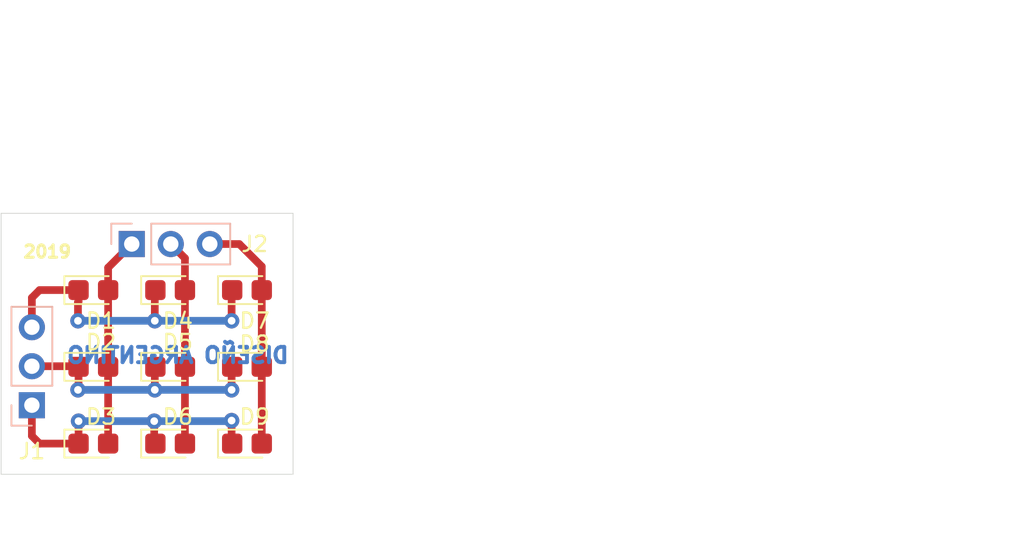
<source format=kicad_pcb>
(kicad_pcb (version 20171130) (host pcbnew 5.1.7+dfsg1-1~bpo10+1)

  (general
    (thickness 1.6)
    (drawings 10)
    (tracks 57)
    (zones 0)
    (modules 11)
    (nets 7)
  )

  (page A4)
  (title_block
    (title "Matriz de LEDs")
    (date 2019-07-16)
    (company "Diego Brengi")
    (comment 1 "Cursos KiCad")
  )

  (layers
    (0 F.Cu signal)
    (31 B.Cu signal)
    (32 B.Adhes user hide)
    (33 F.Adhes user hide)
    (34 B.Paste user hide)
    (35 F.Paste user)
    (36 B.SilkS user hide)
    (37 F.SilkS user)
    (38 B.Mask user)
    (39 F.Mask user hide)
    (40 Dwgs.User user)
    (41 Cmts.User user)
    (42 Eco1.User user)
    (43 Eco2.User user)
    (44 Edge.Cuts user)
    (45 Margin user)
    (46 B.CrtYd user hide)
    (47 F.CrtYd user hide)
    (48 B.Fab user hide)
    (49 F.Fab user hide)
  )

  (setup
    (last_trace_width 0.25)
    (user_trace_width 0.5)
    (trace_clearance 0.5)
    (zone_clearance 0.508)
    (zone_45_only no)
    (trace_min 0.2)
    (via_size 0.8)
    (via_drill 0.4)
    (via_min_size 0.4)
    (via_min_drill 0.3)
    (user_via 1 0.5)
    (uvia_size 0.3)
    (uvia_drill 0.1)
    (uvias_allowed no)
    (uvia_min_size 0.2)
    (uvia_min_drill 0.1)
    (edge_width 0.05)
    (segment_width 0.2)
    (pcb_text_width 0.3)
    (pcb_text_size 1.5 1.5)
    (mod_edge_width 0.12)
    (mod_text_size 1 1)
    (mod_text_width 0.15)
    (pad_size 1.524 1.524)
    (pad_drill 0.762)
    (pad_to_mask_clearance 0.051)
    (solder_mask_min_width 0.25)
    (aux_axis_origin 0 0)
    (visible_elements FFFDEF7F)
    (pcbplotparams
      (layerselection 0x010fc_ffffffff)
      (usegerberextensions false)
      (usegerberattributes false)
      (usegerberadvancedattributes false)
      (creategerberjobfile false)
      (excludeedgelayer true)
      (linewidth 0.100000)
      (plotframeref false)
      (viasonmask false)
      (mode 1)
      (useauxorigin false)
      (hpglpennumber 1)
      (hpglpenspeed 20)
      (hpglpendiameter 15.000000)
      (psnegative false)
      (psa4output false)
      (plotreference true)
      (plotvalue true)
      (plotinvisibletext false)
      (padsonsilk false)
      (subtractmaskfromsilk false)
      (outputformat 1)
      (mirror false)
      (drillshape 1)
      (scaleselection 1)
      (outputdirectory ""))
  )

  (net 0 "")
  (net 1 "Net-(D1-Pad2)")
  (net 2 "Net-(D1-Pad1)")
  (net 3 "Net-(D2-Pad1)")
  (net 4 "Net-(D3-Pad1)")
  (net 5 "Net-(D4-Pad2)")
  (net 6 "Net-(D7-Pad2)")

  (net_class Default "Esta es la clase de red por defecto."
    (clearance 0.5)
    (trace_width 0.25)
    (via_dia 0.8)
    (via_drill 0.4)
    (uvia_dia 0.3)
    (uvia_drill 0.1)
    (add_net "Net-(D1-Pad1)")
    (add_net "Net-(D1-Pad2)")
    (add_net "Net-(D2-Pad1)")
    (add_net "Net-(D3-Pad1)")
    (add_net "Net-(D4-Pad2)")
    (add_net "Net-(D7-Pad2)")
  )

  (module Connector_PinHeader_2.54mm:PinHeader_1x03_P2.54mm_Vertical (layer B.Cu) (tedit 59FED5CC) (tstamp 5D2DC0BA)
    (at 132.5 87 270)
    (descr "Through hole straight pin header, 1x03, 2.54mm pitch, single row")
    (tags "Through hole pin header THT 1x03 2.54mm single row")
    (path /5D2DC1D1)
    (fp_text reference J2 (at 0 -8 180) (layer F.SilkS)
      (effects (font (size 1 1) (thickness 0.15)))
    )
    (fp_text value Conn_01x03 (at 0 -7.41 270) (layer B.Fab)
      (effects (font (size 1 1) (thickness 0.15)) (justify mirror))
    )
    (fp_line (start -0.635 1.27) (end 1.27 1.27) (layer B.Fab) (width 0.1))
    (fp_line (start 1.27 1.27) (end 1.27 -6.35) (layer B.Fab) (width 0.1))
    (fp_line (start 1.27 -6.35) (end -1.27 -6.35) (layer B.Fab) (width 0.1))
    (fp_line (start -1.27 -6.35) (end -1.27 0.635) (layer B.Fab) (width 0.1))
    (fp_line (start -1.27 0.635) (end -0.635 1.27) (layer B.Fab) (width 0.1))
    (fp_line (start -1.33 -6.41) (end 1.33 -6.41) (layer B.SilkS) (width 0.12))
    (fp_line (start -1.33 -1.27) (end -1.33 -6.41) (layer B.SilkS) (width 0.12))
    (fp_line (start 1.33 -1.27) (end 1.33 -6.41) (layer B.SilkS) (width 0.12))
    (fp_line (start -1.33 -1.27) (end 1.33 -1.27) (layer B.SilkS) (width 0.12))
    (fp_line (start -1.33 0) (end -1.33 1.33) (layer B.SilkS) (width 0.12))
    (fp_line (start -1.33 1.33) (end 0 1.33) (layer B.SilkS) (width 0.12))
    (fp_line (start -1.8 1.8) (end -1.8 -6.85) (layer B.CrtYd) (width 0.05))
    (fp_line (start -1.8 -6.85) (end 1.8 -6.85) (layer B.CrtYd) (width 0.05))
    (fp_line (start 1.8 -6.85) (end 1.8 1.8) (layer B.CrtYd) (width 0.05))
    (fp_line (start 1.8 1.8) (end -1.8 1.8) (layer B.CrtYd) (width 0.05))
    (fp_text user %R (at 0 -2.54) (layer B.Fab)
      (effects (font (size 1 1) (thickness 0.15)) (justify mirror))
    )
    (pad 3 thru_hole oval (at 0 -5.08 270) (size 1.7 1.7) (drill 1) (layers *.Cu *.Mask)
      (net 6 "Net-(D7-Pad2)"))
    (pad 2 thru_hole oval (at 0 -2.54 270) (size 1.7 1.7) (drill 1) (layers *.Cu *.Mask)
      (net 5 "Net-(D4-Pad2)"))
    (pad 1 thru_hole rect (at 0 0 270) (size 1.7 1.7) (drill 1) (layers *.Cu *.Mask)
      (net 1 "Net-(D1-Pad2)"))
    (model ${KISYS3DMOD}/Connector_PinHeader_2.54mm.3dshapes/PinHeader_1x03_P2.54mm_Vertical.wrl
      (at (xyz 0 0 0))
      (scale (xyz 1 1 1))
      (rotate (xyz 0 0 0))
    )
  )

  (module Connector_PinHeader_2.54mm:PinHeader_1x03_P2.54mm_Vertical (layer B.Cu) (tedit 59FED5CC) (tstamp 5D2DC0A3)
    (at 126 97.5)
    (descr "Through hole straight pin header, 1x03, 2.54mm pitch, single row")
    (tags "Through hole pin header THT 1x03 2.54mm single row")
    (path /5D2DCE83)
    (fp_text reference J1 (at 0 3) (layer F.SilkS)
      (effects (font (size 1 1) (thickness 0.15)))
    )
    (fp_text value Conn_01x03 (at 0 -7.41) (layer B.Fab)
      (effects (font (size 1 1) (thickness 0.15)) (justify mirror))
    )
    (fp_line (start -0.635 1.27) (end 1.27 1.27) (layer B.Fab) (width 0.1))
    (fp_line (start 1.27 1.27) (end 1.27 -6.35) (layer B.Fab) (width 0.1))
    (fp_line (start 1.27 -6.35) (end -1.27 -6.35) (layer B.Fab) (width 0.1))
    (fp_line (start -1.27 -6.35) (end -1.27 0.635) (layer B.Fab) (width 0.1))
    (fp_line (start -1.27 0.635) (end -0.635 1.27) (layer B.Fab) (width 0.1))
    (fp_line (start -1.33 -6.41) (end 1.33 -6.41) (layer B.SilkS) (width 0.12))
    (fp_line (start -1.33 -1.27) (end -1.33 -6.41) (layer B.SilkS) (width 0.12))
    (fp_line (start 1.33 -1.27) (end 1.33 -6.41) (layer B.SilkS) (width 0.12))
    (fp_line (start -1.33 -1.27) (end 1.33 -1.27) (layer B.SilkS) (width 0.12))
    (fp_line (start -1.33 0) (end -1.33 1.33) (layer B.SilkS) (width 0.12))
    (fp_line (start -1.33 1.33) (end 0 1.33) (layer B.SilkS) (width 0.12))
    (fp_line (start -1.8 1.8) (end -1.8 -6.85) (layer B.CrtYd) (width 0.05))
    (fp_line (start -1.8 -6.85) (end 1.8 -6.85) (layer B.CrtYd) (width 0.05))
    (fp_line (start 1.8 -6.85) (end 1.8 1.8) (layer B.CrtYd) (width 0.05))
    (fp_line (start 1.8 1.8) (end -1.8 1.8) (layer B.CrtYd) (width 0.05))
    (fp_text user %R (at 1.355 -2.12 -90) (layer B.Fab)
      (effects (font (size 1 1) (thickness 0.15)) (justify mirror))
    )
    (pad 3 thru_hole oval (at 0 -5.08) (size 1.7 1.7) (drill 1) (layers *.Cu *.Mask)
      (net 2 "Net-(D1-Pad1)"))
    (pad 2 thru_hole oval (at 0 -2.54) (size 1.7 1.7) (drill 1) (layers *.Cu *.Mask)
      (net 3 "Net-(D2-Pad1)"))
    (pad 1 thru_hole rect (at 0 0) (size 1.7 1.7) (drill 1) (layers *.Cu *.Mask)
      (net 4 "Net-(D3-Pad1)"))
    (model ${KISYS3DMOD}/Connector_PinHeader_2.54mm.3dshapes/PinHeader_1x03_P2.54mm_Vertical.wrl
      (at (xyz 0 0 0))
      (scale (xyz 1 1 1))
      (rotate (xyz 0 0 0))
    )
  )

  (module LED_SMD:LED_0805_2012Metric_Castellated (layer F.Cu) (tedit 5B36C52C) (tstamp 5D2DC08C)
    (at 140 100)
    (descr "LED SMD 0805 (2012 Metric), castellated end terminal, IPC_7351 nominal, (Body size source: https://docs.google.com/spreadsheets/d/1BsfQQcO9C6DZCsRaXUlFlo91Tg2WpOkGARC1WS5S8t0/edit?usp=sharing), generated with kicad-footprint-generator")
    (tags "LED castellated")
    (path /5D2DAE23)
    (attr smd)
    (fp_text reference D9 (at 0.5 -1.75) (layer F.SilkS)
      (effects (font (size 1 1) (thickness 0.15)))
    )
    (fp_text value "LED VERDE" (at 0 1.6) (layer F.Fab)
      (effects (font (size 1 1) (thickness 0.15)))
    )
    (fp_line (start 1 -0.6) (end -0.7 -0.6) (layer F.Fab) (width 0.1))
    (fp_line (start -0.7 -0.6) (end -1 -0.3) (layer F.Fab) (width 0.1))
    (fp_line (start -1 -0.3) (end -1 0.6) (layer F.Fab) (width 0.1))
    (fp_line (start -1 0.6) (end 1 0.6) (layer F.Fab) (width 0.1))
    (fp_line (start 1 0.6) (end 1 -0.6) (layer F.Fab) (width 0.1))
    (fp_line (start 1 -0.91) (end -1.885 -0.91) (layer F.SilkS) (width 0.12))
    (fp_line (start -1.885 -0.91) (end -1.885 0.91) (layer F.SilkS) (width 0.12))
    (fp_line (start -1.885 0.91) (end 1 0.91) (layer F.SilkS) (width 0.12))
    (fp_line (start -1.88 0.9) (end -1.88 -0.9) (layer F.CrtYd) (width 0.05))
    (fp_line (start -1.88 -0.9) (end 1.88 -0.9) (layer F.CrtYd) (width 0.05))
    (fp_line (start 1.88 -0.9) (end 1.88 0.9) (layer F.CrtYd) (width 0.05))
    (fp_line (start 1.88 0.9) (end -1.88 0.9) (layer F.CrtYd) (width 0.05))
    (fp_text user %R (at 0 0) (layer F.Fab)
      (effects (font (size 0.5 0.5) (thickness 0.08)))
    )
    (pad 2 smd roundrect (at 0.9625 0) (size 1.325 1.3) (layers F.Cu F.Paste F.Mask) (roundrect_rratio 0.192308)
      (net 6 "Net-(D7-Pad2)"))
    (pad 1 smd roundrect (at -0.9625 0) (size 1.325 1.3) (layers F.Cu F.Paste F.Mask) (roundrect_rratio 0.192308)
      (net 4 "Net-(D3-Pad1)"))
    (model ${KISYS3DMOD}/LED_SMD.3dshapes/LED_0805_2012Metric_Castellated.wrl
      (at (xyz 0 0 0))
      (scale (xyz 1 1 1))
      (rotate (xyz 0 0 0))
    )
  )

  (module LED_SMD:LED_0805_2012Metric_Castellated (layer F.Cu) (tedit 5B36C52C) (tstamp 5D2DC079)
    (at 140 95)
    (descr "LED SMD 0805 (2012 Metric), castellated end terminal, IPC_7351 nominal, (Body size source: https://docs.google.com/spreadsheets/d/1BsfQQcO9C6DZCsRaXUlFlo91Tg2WpOkGARC1WS5S8t0/edit?usp=sharing), generated with kicad-footprint-generator")
    (tags "LED castellated")
    (path /5D2D96B7)
    (attr smd)
    (fp_text reference D8 (at 0.5 -1.5) (layer F.SilkS)
      (effects (font (size 1 1) (thickness 0.15)))
    )
    (fp_text value "LED VERDE" (at 0 1.6) (layer F.Fab)
      (effects (font (size 1 1) (thickness 0.15)))
    )
    (fp_line (start 1 -0.6) (end -0.7 -0.6) (layer F.Fab) (width 0.1))
    (fp_line (start -0.7 -0.6) (end -1 -0.3) (layer F.Fab) (width 0.1))
    (fp_line (start -1 -0.3) (end -1 0.6) (layer F.Fab) (width 0.1))
    (fp_line (start -1 0.6) (end 1 0.6) (layer F.Fab) (width 0.1))
    (fp_line (start 1 0.6) (end 1 -0.6) (layer F.Fab) (width 0.1))
    (fp_line (start 1 -0.91) (end -1.885 -0.91) (layer F.SilkS) (width 0.12))
    (fp_line (start -1.885 -0.91) (end -1.885 0.91) (layer F.SilkS) (width 0.12))
    (fp_line (start -1.885 0.91) (end 1 0.91) (layer F.SilkS) (width 0.12))
    (fp_line (start -1.88 0.9) (end -1.88 -0.9) (layer F.CrtYd) (width 0.05))
    (fp_line (start -1.88 -0.9) (end 1.88 -0.9) (layer F.CrtYd) (width 0.05))
    (fp_line (start 1.88 -0.9) (end 1.88 0.9) (layer F.CrtYd) (width 0.05))
    (fp_line (start 1.88 0.9) (end -1.88 0.9) (layer F.CrtYd) (width 0.05))
    (fp_text user %R (at 0 0) (layer F.Fab)
      (effects (font (size 0.5 0.5) (thickness 0.08)))
    )
    (pad 2 smd roundrect (at 0.9625 0) (size 1.325 1.3) (layers F.Cu F.Paste F.Mask) (roundrect_rratio 0.192308)
      (net 6 "Net-(D7-Pad2)"))
    (pad 1 smd roundrect (at -0.9625 0) (size 1.325 1.3) (layers F.Cu F.Paste F.Mask) (roundrect_rratio 0.192308)
      (net 3 "Net-(D2-Pad1)"))
    (model ${KISYS3DMOD}/LED_SMD.3dshapes/LED_0805_2012Metric_Castellated.wrl
      (at (xyz 0 0 0))
      (scale (xyz 1 1 1))
      (rotate (xyz 0 0 0))
    )
  )

  (module LED_SMD:LED_0805_2012Metric_Castellated (layer F.Cu) (tedit 5B36C52C) (tstamp 5D2DC066)
    (at 140 90)
    (descr "LED SMD 0805 (2012 Metric), castellated end terminal, IPC_7351 nominal, (Body size source: https://docs.google.com/spreadsheets/d/1BsfQQcO9C6DZCsRaXUlFlo91Tg2WpOkGARC1WS5S8t0/edit?usp=sharing), generated with kicad-footprint-generator")
    (tags "LED castellated")
    (path /5D2D7FAC)
    (attr smd)
    (fp_text reference D7 (at 0.5 2) (layer F.SilkS)
      (effects (font (size 1 1) (thickness 0.15)))
    )
    (fp_text value "LED VERDE" (at 0 1.6) (layer F.Fab)
      (effects (font (size 1 1) (thickness 0.15)))
    )
    (fp_line (start 1 -0.6) (end -0.7 -0.6) (layer F.Fab) (width 0.1))
    (fp_line (start -0.7 -0.6) (end -1 -0.3) (layer F.Fab) (width 0.1))
    (fp_line (start -1 -0.3) (end -1 0.6) (layer F.Fab) (width 0.1))
    (fp_line (start -1 0.6) (end 1 0.6) (layer F.Fab) (width 0.1))
    (fp_line (start 1 0.6) (end 1 -0.6) (layer F.Fab) (width 0.1))
    (fp_line (start 1 -0.91) (end -1.885 -0.91) (layer F.SilkS) (width 0.12))
    (fp_line (start -1.885 -0.91) (end -1.885 0.91) (layer F.SilkS) (width 0.12))
    (fp_line (start -1.885 0.91) (end 1 0.91) (layer F.SilkS) (width 0.12))
    (fp_line (start -1.88 0.9) (end -1.88 -0.9) (layer F.CrtYd) (width 0.05))
    (fp_line (start -1.88 -0.9) (end 1.88 -0.9) (layer F.CrtYd) (width 0.05))
    (fp_line (start 1.88 -0.9) (end 1.88 0.9) (layer F.CrtYd) (width 0.05))
    (fp_line (start 1.88 0.9) (end -1.88 0.9) (layer F.CrtYd) (width 0.05))
    (fp_text user %R (at 0 0) (layer F.Fab)
      (effects (font (size 0.5 0.5) (thickness 0.08)))
    )
    (pad 2 smd roundrect (at 0.9625 0) (size 1.325 1.3) (layers F.Cu F.Paste F.Mask) (roundrect_rratio 0.192308)
      (net 6 "Net-(D7-Pad2)"))
    (pad 1 smd roundrect (at -0.9625 0) (size 1.325 1.3) (layers F.Cu F.Paste F.Mask) (roundrect_rratio 0.192308)
      (net 2 "Net-(D1-Pad1)"))
    (model ${KISYS3DMOD}/LED_SMD.3dshapes/LED_0805_2012Metric_Castellated.wrl
      (at (xyz 0 0 0))
      (scale (xyz 1 1 1))
      (rotate (xyz 0 0 0))
    )
  )

  (module LED_SMD:LED_0805_2012Metric_Castellated (layer F.Cu) (tedit 5B36C52C) (tstamp 5D2DC053)
    (at 135 100)
    (descr "LED SMD 0805 (2012 Metric), castellated end terminal, IPC_7351 nominal, (Body size source: https://docs.google.com/spreadsheets/d/1BsfQQcO9C6DZCsRaXUlFlo91Tg2WpOkGARC1WS5S8t0/edit?usp=sharing), generated with kicad-footprint-generator")
    (tags "LED castellated")
    (path /5D2DA9C6)
    (attr smd)
    (fp_text reference D6 (at 0.5 -1.75) (layer F.SilkS)
      (effects (font (size 1 1) (thickness 0.15)))
    )
    (fp_text value "LED VERDE" (at 0 1.6) (layer F.Fab)
      (effects (font (size 1 1) (thickness 0.15)))
    )
    (fp_line (start 1 -0.6) (end -0.7 -0.6) (layer F.Fab) (width 0.1))
    (fp_line (start -0.7 -0.6) (end -1 -0.3) (layer F.Fab) (width 0.1))
    (fp_line (start -1 -0.3) (end -1 0.6) (layer F.Fab) (width 0.1))
    (fp_line (start -1 0.6) (end 1 0.6) (layer F.Fab) (width 0.1))
    (fp_line (start 1 0.6) (end 1 -0.6) (layer F.Fab) (width 0.1))
    (fp_line (start 1 -0.91) (end -1.885 -0.91) (layer F.SilkS) (width 0.12))
    (fp_line (start -1.885 -0.91) (end -1.885 0.91) (layer F.SilkS) (width 0.12))
    (fp_line (start -1.885 0.91) (end 1 0.91) (layer F.SilkS) (width 0.12))
    (fp_line (start -1.88 0.9) (end -1.88 -0.9) (layer F.CrtYd) (width 0.05))
    (fp_line (start -1.88 -0.9) (end 1.88 -0.9) (layer F.CrtYd) (width 0.05))
    (fp_line (start 1.88 -0.9) (end 1.88 0.9) (layer F.CrtYd) (width 0.05))
    (fp_line (start 1.88 0.9) (end -1.88 0.9) (layer F.CrtYd) (width 0.05))
    (fp_text user %R (at 0 0) (layer F.Fab)
      (effects (font (size 0.5 0.5) (thickness 0.08)))
    )
    (pad 2 smd roundrect (at 0.9625 0) (size 1.325 1.3) (layers F.Cu F.Paste F.Mask) (roundrect_rratio 0.192308)
      (net 5 "Net-(D4-Pad2)"))
    (pad 1 smd roundrect (at -0.9625 0) (size 1.325 1.3) (layers F.Cu F.Paste F.Mask) (roundrect_rratio 0.192308)
      (net 4 "Net-(D3-Pad1)"))
    (model ${KISYS3DMOD}/LED_SMD.3dshapes/LED_0805_2012Metric_Castellated.wrl
      (at (xyz 0 0 0))
      (scale (xyz 1 1 1))
      (rotate (xyz 0 0 0))
    )
  )

  (module LED_SMD:LED_0805_2012Metric_Castellated (layer F.Cu) (tedit 5B36C52C) (tstamp 5D2DC040)
    (at 135 95)
    (descr "LED SMD 0805 (2012 Metric), castellated end terminal, IPC_7351 nominal, (Body size source: https://docs.google.com/spreadsheets/d/1BsfQQcO9C6DZCsRaXUlFlo91Tg2WpOkGARC1WS5S8t0/edit?usp=sharing), generated with kicad-footprint-generator")
    (tags "LED castellated")
    (path /5D2D90B3)
    (attr smd)
    (fp_text reference D5 (at 0.5 -1.6) (layer F.SilkS)
      (effects (font (size 1 1) (thickness 0.15)))
    )
    (fp_text value "LED VERDE" (at 0 1.6) (layer F.Fab)
      (effects (font (size 1 1) (thickness 0.15)))
    )
    (fp_line (start 1 -0.6) (end -0.7 -0.6) (layer F.Fab) (width 0.1))
    (fp_line (start -0.7 -0.6) (end -1 -0.3) (layer F.Fab) (width 0.1))
    (fp_line (start -1 -0.3) (end -1 0.6) (layer F.Fab) (width 0.1))
    (fp_line (start -1 0.6) (end 1 0.6) (layer F.Fab) (width 0.1))
    (fp_line (start 1 0.6) (end 1 -0.6) (layer F.Fab) (width 0.1))
    (fp_line (start 1 -0.91) (end -1.885 -0.91) (layer F.SilkS) (width 0.12))
    (fp_line (start -1.885 -0.91) (end -1.885 0.91) (layer F.SilkS) (width 0.12))
    (fp_line (start -1.885 0.91) (end 1 0.91) (layer F.SilkS) (width 0.12))
    (fp_line (start -1.88 0.9) (end -1.88 -0.9) (layer F.CrtYd) (width 0.05))
    (fp_line (start -1.88 -0.9) (end 1.88 -0.9) (layer F.CrtYd) (width 0.05))
    (fp_line (start 1.88 -0.9) (end 1.88 0.9) (layer F.CrtYd) (width 0.05))
    (fp_line (start 1.88 0.9) (end -1.88 0.9) (layer F.CrtYd) (width 0.05))
    (fp_text user %R (at 0 0) (layer F.Fab)
      (effects (font (size 0.5 0.5) (thickness 0.08)))
    )
    (pad 2 smd roundrect (at 0.9625 0) (size 1.325 1.3) (layers F.Cu F.Paste F.Mask) (roundrect_rratio 0.192308)
      (net 5 "Net-(D4-Pad2)"))
    (pad 1 smd roundrect (at -0.9625 0) (size 1.325 1.3) (layers F.Cu F.Paste F.Mask) (roundrect_rratio 0.192308)
      (net 3 "Net-(D2-Pad1)"))
    (model ${KISYS3DMOD}/LED_SMD.3dshapes/LED_0805_2012Metric_Castellated.wrl
      (at (xyz 0 0 0))
      (scale (xyz 1 1 1))
      (rotate (xyz 0 0 0))
    )
  )

  (module LED_SMD:LED_0805_2012Metric_Castellated (layer F.Cu) (tedit 5B36C52C) (tstamp 5D2DC02D)
    (at 135 90)
    (descr "LED SMD 0805 (2012 Metric), castellated end terminal, IPC_7351 nominal, (Body size source: https://docs.google.com/spreadsheets/d/1BsfQQcO9C6DZCsRaXUlFlo91Tg2WpOkGARC1WS5S8t0/edit?usp=sharing), generated with kicad-footprint-generator")
    (tags "LED castellated")
    (path /5D2D7445)
    (attr smd)
    (fp_text reference D4 (at 0.5 2) (layer F.SilkS)
      (effects (font (size 1 1) (thickness 0.15)))
    )
    (fp_text value "LED VERDE" (at 0 1.6) (layer F.Fab)
      (effects (font (size 1 1) (thickness 0.15)))
    )
    (fp_line (start 1 -0.6) (end -0.7 -0.6) (layer F.Fab) (width 0.1))
    (fp_line (start -0.7 -0.6) (end -1 -0.3) (layer F.Fab) (width 0.1))
    (fp_line (start -1 -0.3) (end -1 0.6) (layer F.Fab) (width 0.1))
    (fp_line (start -1 0.6) (end 1 0.6) (layer F.Fab) (width 0.1))
    (fp_line (start 1 0.6) (end 1 -0.6) (layer F.Fab) (width 0.1))
    (fp_line (start 1 -0.91) (end -1.885 -0.91) (layer F.SilkS) (width 0.12))
    (fp_line (start -1.885 -0.91) (end -1.885 0.91) (layer F.SilkS) (width 0.12))
    (fp_line (start -1.885 0.91) (end 1 0.91) (layer F.SilkS) (width 0.12))
    (fp_line (start -1.88 0.9) (end -1.88 -0.9) (layer F.CrtYd) (width 0.05))
    (fp_line (start -1.88 -0.9) (end 1.88 -0.9) (layer F.CrtYd) (width 0.05))
    (fp_line (start 1.88 -0.9) (end 1.88 0.9) (layer F.CrtYd) (width 0.05))
    (fp_line (start 1.88 0.9) (end -1.88 0.9) (layer F.CrtYd) (width 0.05))
    (fp_text user %R (at 0 0) (layer F.Fab)
      (effects (font (size 0.5 0.5) (thickness 0.08)))
    )
    (pad 2 smd roundrect (at 0.9625 0) (size 1.325 1.3) (layers F.Cu F.Paste F.Mask) (roundrect_rratio 0.192308)
      (net 5 "Net-(D4-Pad2)"))
    (pad 1 smd roundrect (at -0.9625 0) (size 1.325 1.3) (layers F.Cu F.Paste F.Mask) (roundrect_rratio 0.192308)
      (net 2 "Net-(D1-Pad1)"))
    (model ${KISYS3DMOD}/LED_SMD.3dshapes/LED_0805_2012Metric_Castellated.wrl
      (at (xyz 0 0 0))
      (scale (xyz 1 1 1))
      (rotate (xyz 0 0 0))
    )
  )

  (module LED_SMD:LED_0805_2012Metric_Castellated (layer F.Cu) (tedit 5B36C52C) (tstamp 5D2DC01A)
    (at 130 100)
    (descr "LED SMD 0805 (2012 Metric), castellated end terminal, IPC_7351 nominal, (Body size source: https://docs.google.com/spreadsheets/d/1BsfQQcO9C6DZCsRaXUlFlo91Tg2WpOkGARC1WS5S8t0/edit?usp=sharing), generated with kicad-footprint-generator")
    (tags "LED castellated")
    (path /5D2DA17A)
    (attr smd)
    (fp_text reference D3 (at 0.5 -1.75) (layer F.SilkS)
      (effects (font (size 1 1) (thickness 0.15)))
    )
    (fp_text value "LED VERDE" (at 0 1.6) (layer F.Fab)
      (effects (font (size 1 1) (thickness 0.15)))
    )
    (fp_line (start 1 -0.6) (end -0.7 -0.6) (layer F.Fab) (width 0.1))
    (fp_line (start -0.7 -0.6) (end -1 -0.3) (layer F.Fab) (width 0.1))
    (fp_line (start -1 -0.3) (end -1 0.6) (layer F.Fab) (width 0.1))
    (fp_line (start -1 0.6) (end 1 0.6) (layer F.Fab) (width 0.1))
    (fp_line (start 1 0.6) (end 1 -0.6) (layer F.Fab) (width 0.1))
    (fp_line (start 1 -0.91) (end -1.885 -0.91) (layer F.SilkS) (width 0.12))
    (fp_line (start -1.885 -0.91) (end -1.885 0.91) (layer F.SilkS) (width 0.12))
    (fp_line (start -1.885 0.91) (end 1 0.91) (layer F.SilkS) (width 0.12))
    (fp_line (start -1.88 0.9) (end -1.88 -0.9) (layer F.CrtYd) (width 0.05))
    (fp_line (start -1.88 -0.9) (end 1.88 -0.9) (layer F.CrtYd) (width 0.05))
    (fp_line (start 1.88 -0.9) (end 1.88 0.9) (layer F.CrtYd) (width 0.05))
    (fp_line (start 1.88 0.9) (end -1.88 0.9) (layer F.CrtYd) (width 0.05))
    (fp_text user %R (at 0 0) (layer F.Fab)
      (effects (font (size 0.5 0.5) (thickness 0.08)))
    )
    (pad 2 smd roundrect (at 0.9625 0) (size 1.325 1.3) (layers F.Cu F.Paste F.Mask) (roundrect_rratio 0.192308)
      (net 1 "Net-(D1-Pad2)"))
    (pad 1 smd roundrect (at -0.9625 0) (size 1.325 1.3) (layers F.Cu F.Paste F.Mask) (roundrect_rratio 0.192308)
      (net 4 "Net-(D3-Pad1)"))
    (model ${KISYS3DMOD}/LED_SMD.3dshapes/LED_0805_2012Metric_Castellated.wrl
      (at (xyz 0 0 0))
      (scale (xyz 1 1 1))
      (rotate (xyz 0 0 0))
    )
  )

  (module LED_SMD:LED_0805_2012Metric_Castellated (layer F.Cu) (tedit 5B36C52C) (tstamp 5D2DC007)
    (at 130 95)
    (descr "LED SMD 0805 (2012 Metric), castellated end terminal, IPC_7351 nominal, (Body size source: https://docs.google.com/spreadsheets/d/1BsfQQcO9C6DZCsRaXUlFlo91Tg2WpOkGARC1WS5S8t0/edit?usp=sharing), generated with kicad-footprint-generator")
    (tags "LED castellated")
    (path /5D2D8AAA)
    (attr smd)
    (fp_text reference D2 (at 0.5 -1.6) (layer F.SilkS)
      (effects (font (size 1 1) (thickness 0.15)))
    )
    (fp_text value "LED VERDE" (at 0 1.6) (layer F.Fab)
      (effects (font (size 1 1) (thickness 0.15)))
    )
    (fp_line (start 1 -0.6) (end -0.7 -0.6) (layer F.Fab) (width 0.1))
    (fp_line (start -0.7 -0.6) (end -1 -0.3) (layer F.Fab) (width 0.1))
    (fp_line (start -1 -0.3) (end -1 0.6) (layer F.Fab) (width 0.1))
    (fp_line (start -1 0.6) (end 1 0.6) (layer F.Fab) (width 0.1))
    (fp_line (start 1 0.6) (end 1 -0.6) (layer F.Fab) (width 0.1))
    (fp_line (start 1 -0.91) (end -1.885 -0.91) (layer F.SilkS) (width 0.12))
    (fp_line (start -1.885 -0.91) (end -1.885 0.91) (layer F.SilkS) (width 0.12))
    (fp_line (start -1.885 0.91) (end 1 0.91) (layer F.SilkS) (width 0.12))
    (fp_line (start -1.88 0.9) (end -1.88 -0.9) (layer F.CrtYd) (width 0.05))
    (fp_line (start -1.88 -0.9) (end 1.88 -0.9) (layer F.CrtYd) (width 0.05))
    (fp_line (start 1.88 -0.9) (end 1.88 0.9) (layer F.CrtYd) (width 0.05))
    (fp_line (start 1.88 0.9) (end -1.88 0.9) (layer F.CrtYd) (width 0.05))
    (fp_text user %R (at 0 0) (layer F.Fab)
      (effects (font (size 0.5 0.5) (thickness 0.08)))
    )
    (pad 2 smd roundrect (at 0.9625 0) (size 1.325 1.3) (layers F.Cu F.Paste F.Mask) (roundrect_rratio 0.192308)
      (net 1 "Net-(D1-Pad2)"))
    (pad 1 smd roundrect (at -0.9625 0) (size 1.325 1.3) (layers F.Cu F.Paste F.Mask) (roundrect_rratio 0.192308)
      (net 3 "Net-(D2-Pad1)"))
    (model ${KISYS3DMOD}/LED_SMD.3dshapes/LED_0805_2012Metric_Castellated.wrl
      (at (xyz 0 0 0))
      (scale (xyz 1 1 1))
      (rotate (xyz 0 0 0))
    )
  )

  (module LED_SMD:LED_0805_2012Metric_Castellated (layer F.Cu) (tedit 5B36C52C) (tstamp 5D2DBFF4)
    (at 130 90)
    (descr "LED SMD 0805 (2012 Metric), castellated end terminal, IPC_7351 nominal, (Body size source: https://docs.google.com/spreadsheets/d/1BsfQQcO9C6DZCsRaXUlFlo91Tg2WpOkGARC1WS5S8t0/edit?usp=sharing), generated with kicad-footprint-generator")
    (tags "LED castellated")
    (path /5D2D6E13)
    (attr smd)
    (fp_text reference D1 (at 0.5 2) (layer F.SilkS)
      (effects (font (size 1 1) (thickness 0.15)))
    )
    (fp_text value "LED VERDE" (at 0 1.6) (layer F.Fab)
      (effects (font (size 1 1) (thickness 0.15)))
    )
    (fp_line (start 1 -0.6) (end -0.7 -0.6) (layer F.Fab) (width 0.1))
    (fp_line (start -0.7 -0.6) (end -1 -0.3) (layer F.Fab) (width 0.1))
    (fp_line (start -1 -0.3) (end -1 0.6) (layer F.Fab) (width 0.1))
    (fp_line (start -1 0.6) (end 1 0.6) (layer F.Fab) (width 0.1))
    (fp_line (start 1 0.6) (end 1 -0.6) (layer F.Fab) (width 0.1))
    (fp_line (start 1 -0.91) (end -1.885 -0.91) (layer F.SilkS) (width 0.12))
    (fp_line (start -1.885 -0.91) (end -1.885 0.91) (layer F.SilkS) (width 0.12))
    (fp_line (start -1.885 0.91) (end 1 0.91) (layer F.SilkS) (width 0.12))
    (fp_line (start -1.88 0.9) (end -1.88 -0.9) (layer F.CrtYd) (width 0.05))
    (fp_line (start -1.88 -0.9) (end 1.88 -0.9) (layer F.CrtYd) (width 0.05))
    (fp_line (start 1.88 -0.9) (end 1.88 0.9) (layer F.CrtYd) (width 0.05))
    (fp_line (start 1.88 0.9) (end -1.88 0.9) (layer F.CrtYd) (width 0.05))
    (fp_text user %R (at 0 0) (layer F.Fab)
      (effects (font (size 0.5 0.5) (thickness 0.08)))
    )
    (pad 2 smd roundrect (at 0.9625 0) (size 1.325 1.3) (layers F.Cu F.Paste F.Mask) (roundrect_rratio 0.192308)
      (net 1 "Net-(D1-Pad2)"))
    (pad 1 smd roundrect (at -0.9625 0) (size 1.325 1.3) (layers F.Cu F.Paste F.Mask) (roundrect_rratio 0.192308)
      (net 2 "Net-(D1-Pad1)"))
    (model ${KISYS3DMOD}/LED_SMD.3dshapes/LED_0805_2012Metric_Castellated.wrl
      (at (xyz 0 0 0))
      (scale (xyz 1 1 1))
      (rotate (xyz 0 0 0))
    )
  )

  (gr_text "1) Grilla de 5mm y posicionar leds.\n2) Posicionar conectores.\n3) Borde de PCB 19x17 mm aprox.\n4) Configurar pistas de 0,5mm y vías e 1,0/0,5mm.\n5) Configurar márgen de 0,5mm.\n6) Rutear en ambas capas.\n7) DRC\n8) Ordenar serigrafía, agregar textos.\n9) Modelo 3D ver y exportar.\n10) Generación de archivos de fabricación.\n11) Generación de BOM interactiva.\n" (at 150 80) (layer Cmts.User)
    (effects (font (size 1 1) (thickness 0.15)) (justify left))
  )
  (gr_text "DISEÑO ARGENTINO" (at 135.5 94.25) (layer B.Cu)
    (effects (font (size 1 1) (thickness 0.25)) (justify mirror))
  )
  (gr_text "Grila para LEDs : 5mm\nGrilla posicionamiento y borde: 2,5mm y 1mm\nGrilla de ruteo: 0,5 mm\nVías: 1mm/0,5mm\nPistas: 0,5 mm\nMargen: 0,5 mm\nTerminación: HASL\nSerigrafía: Solo capa superior\nCapas de cobre: 2" (at 150 100) (layer Dwgs.User)
    (effects (font (size 1 1) (thickness 0.15)) (justify left))
  )
  (dimension 17 (width 0.15) (layer Dwgs.User)
    (gr_text "17,000 mm" (at 146.3 93.5 270) (layer Dwgs.User)
      (effects (font (size 1 1) (thickness 0.15)))
    )
    (feature1 (pts (xy 143 102) (xy 145.586421 102)))
    (feature2 (pts (xy 143 85) (xy 145.586421 85)))
    (crossbar (pts (xy 145 85) (xy 145 102)))
    (arrow1a (pts (xy 145 102) (xy 144.413579 100.873496)))
    (arrow1b (pts (xy 145 102) (xy 145.586421 100.873496)))
    (arrow2a (pts (xy 145 85) (xy 144.413579 86.126504)))
    (arrow2b (pts (xy 145 85) (xy 145.586421 86.126504)))
  )
  (dimension 19 (width 0.15) (layer Dwgs.User)
    (gr_text "19,000 mm" (at 133.5 81.7) (layer Dwgs.User)
      (effects (font (size 1 1) (thickness 0.15)))
    )
    (feature1 (pts (xy 143 85) (xy 143 82.413579)))
    (feature2 (pts (xy 124 85) (xy 124 82.413579)))
    (crossbar (pts (xy 124 83) (xy 143 83)))
    (arrow1a (pts (xy 143 83) (xy 141.873496 83.586421)))
    (arrow1b (pts (xy 143 83) (xy 141.873496 82.413579)))
    (arrow2a (pts (xy 124 83) (xy 125.126504 83.586421)))
    (arrow2b (pts (xy 124 83) (xy 125.126504 82.413579)))
  )
  (gr_text 2019 (at 127 87.5) (layer F.SilkS)
    (effects (font (size 0.8 0.8) (thickness 0.2)))
  )
  (gr_line (start 124 102) (end 124 85) (layer Edge.Cuts) (width 0.05) (tstamp 5D2DC8C2))
  (gr_line (start 143 102) (end 124 102) (layer Edge.Cuts) (width 0.05))
  (gr_line (start 143 85) (end 143 102) (layer Edge.Cuts) (width 0.05))
  (gr_line (start 124 85) (end 143 85) (layer Edge.Cuts) (width 0.05))

  (segment (start 130.9625 88.5375) (end 130.9625 90) (width 0.5) (layer F.Cu) (net 1))
  (segment (start 132.5 87) (end 130.9625 88.5375) (width 0.5) (layer F.Cu) (net 1))
  (segment (start 130.9625 90) (end 130.9625 95) (width 0.5) (layer F.Cu) (net 1))
  (segment (start 130.9625 95.75) (end 130.9625 100) (width 0.5) (layer F.Cu) (net 1))
  (segment (start 130.9625 95) (end 130.9625 95.75) (width 0.5) (layer F.Cu) (net 1))
  (segment (start 126 92.42) (end 126 90.5) (width 0.5) (layer F.Cu) (net 2))
  (segment (start 126.5 90) (end 129.0375 90) (width 0.5) (layer F.Cu) (net 2))
  (segment (start 126 90.5) (end 126.5 90) (width 0.5) (layer F.Cu) (net 2))
  (segment (start 129.0375 90.75) (end 129 90.7875) (width 0.5) (layer F.Cu) (net 2))
  (segment (start 129.0375 90) (end 129.0375 90.75) (width 0.5) (layer F.Cu) (net 2))
  (via (at 129 92) (size 1) (drill 0.5) (layers F.Cu B.Cu) (net 2))
  (segment (start 129 90.7875) (end 129 92) (width 0.5) (layer F.Cu) (net 2))
  (via (at 139 92) (size 1) (drill 0.5) (layers F.Cu B.Cu) (net 2))
  (segment (start 139 90.0375) (end 139.0375 90) (width 0.5) (layer F.Cu) (net 2))
  (segment (start 139 92) (end 139 90.0375) (width 0.5) (layer F.Cu) (net 2))
  (segment (start 134 92) (end 139 92) (width 0.5) (layer B.Cu) (net 2))
  (segment (start 129 92) (end 134 92) (width 0.5) (layer B.Cu) (net 2))
  (via (at 134 92) (size 1) (drill 0.5) (layers F.Cu B.Cu) (net 2))
  (segment (start 134 90.0375) (end 134.0375 90) (width 0.5) (layer F.Cu) (net 2))
  (segment (start 134 92) (end 134 90.0375) (width 0.5) (layer F.Cu) (net 2))
  (segment (start 128.9975 94.96) (end 129.0375 95) (width 0.5) (layer F.Cu) (net 3))
  (segment (start 126 94.96) (end 128.9975 94.96) (width 0.5) (layer F.Cu) (net 3))
  (via (at 129 96.5) (size 1) (drill 0.5) (layers F.Cu B.Cu) (net 3))
  (segment (start 129.0375 96.4625) (end 129 96.5) (width 0.5) (layer F.Cu) (net 3))
  (segment (start 129.0375 95) (end 129.0375 96.4625) (width 0.5) (layer F.Cu) (net 3))
  (via (at 139 96.5) (size 1) (drill 0.5) (layers F.Cu B.Cu) (net 3))
  (segment (start 139 95.0375) (end 139.0375 95) (width 0.5) (layer F.Cu) (net 3))
  (segment (start 139 96.5) (end 139 95.0375) (width 0.5) (layer F.Cu) (net 3))
  (segment (start 134 96.5) (end 139 96.5) (width 0.5) (layer B.Cu) (net 3))
  (segment (start 129 96.5) (end 134 96.5) (width 0.5) (layer B.Cu) (net 3))
  (via (at 134 96.5) (size 1) (drill 0.5) (layers F.Cu B.Cu) (net 3))
  (segment (start 134 95.0375) (end 134.0375 95) (width 0.5) (layer F.Cu) (net 3))
  (segment (start 134 96.5) (end 134 95.0375) (width 0.5) (layer F.Cu) (net 3))
  (segment (start 126.5 100) (end 129.0375 100) (width 0.5) (layer F.Cu) (net 4))
  (segment (start 126 99.5) (end 126.5 100) (width 0.5) (layer F.Cu) (net 4))
  (segment (start 126 97.5) (end 126 99.5) (width 0.5) (layer F.Cu) (net 4))
  (segment (start 129.0375 100) (end 129.0375 98.5375) (width 0.5) (layer F.Cu) (net 4))
  (via (at 129.0375 98.5375) (size 1) (drill 0.5) (layers F.Cu B.Cu) (net 4))
  (segment (start 129.0375 98.5375) (end 133.9625 98.5375) (width 0.5) (layer B.Cu) (net 4))
  (via (at 133.9625 98.5375) (size 1) (drill 0.5) (layers F.Cu B.Cu) (net 4))
  (segment (start 133.9625 99.925) (end 134.0375 100) (width 0.5) (layer F.Cu) (net 4))
  (segment (start 133.9625 98.5375) (end 133.9625 99.925) (width 0.5) (layer F.Cu) (net 4))
  (segment (start 138.9625 98.5375) (end 139 98.5) (width 0.5) (layer B.Cu) (net 4))
  (via (at 139 98.5) (size 1) (drill 0.5) (layers F.Cu B.Cu) (net 4))
  (segment (start 133.9625 98.5375) (end 138.9625 98.5375) (width 0.5) (layer B.Cu) (net 4))
  (segment (start 139 99.9625) (end 139.0375 100) (width 0.5) (layer F.Cu) (net 4))
  (segment (start 139 98.5) (end 139 99.9625) (width 0.5) (layer F.Cu) (net 4))
  (segment (start 135.9625 87.9225) (end 135.9625 90) (width 0.5) (layer F.Cu) (net 5))
  (segment (start 135.04 87) (end 135.9625 87.9225) (width 0.5) (layer F.Cu) (net 5))
  (segment (start 135.9625 90) (end 135.9625 95) (width 0.5) (layer F.Cu) (net 5))
  (segment (start 135.9625 95) (end 135.9625 100) (width 0.5) (layer F.Cu) (net 5))
  (segment (start 137.58 87) (end 139.5 87) (width 0.5) (layer F.Cu) (net 6))
  (segment (start 140.9625 88.4625) (end 140.9625 90) (width 0.5) (layer F.Cu) (net 6))
  (segment (start 139.5 87) (end 140.9625 88.4625) (width 0.5) (layer F.Cu) (net 6))
  (segment (start 140.9625 90) (end 140.9625 95) (width 0.5) (layer F.Cu) (net 6))
  (segment (start 140.9625 95.75) (end 140.9625 100) (width 0.5) (layer F.Cu) (net 6))
  (segment (start 140.9625 95) (end 140.9625 95.75) (width 0.5) (layer F.Cu) (net 6))

  (zone (net 0) (net_name "") (layer B.Mask) (tstamp 0) (hatch edge 0.508)
    (connect_pads (clearance 0.508))
    (min_thickness 0.254)
    (fill yes (arc_segments 32) (thermal_gap 0.508) (thermal_bridge_width 0.508))
    (polygon
      (pts
        (xy 128 92.75) (xy 142.75 92.75) (xy 142.75 95.25) (xy 128 95.25)
      )
    )
    (filled_polygon
      (pts
        (xy 142.623 95.123) (xy 128.127 95.123) (xy 128.127 92.877) (xy 142.623 92.877)
      )
    )
  )
)

</source>
